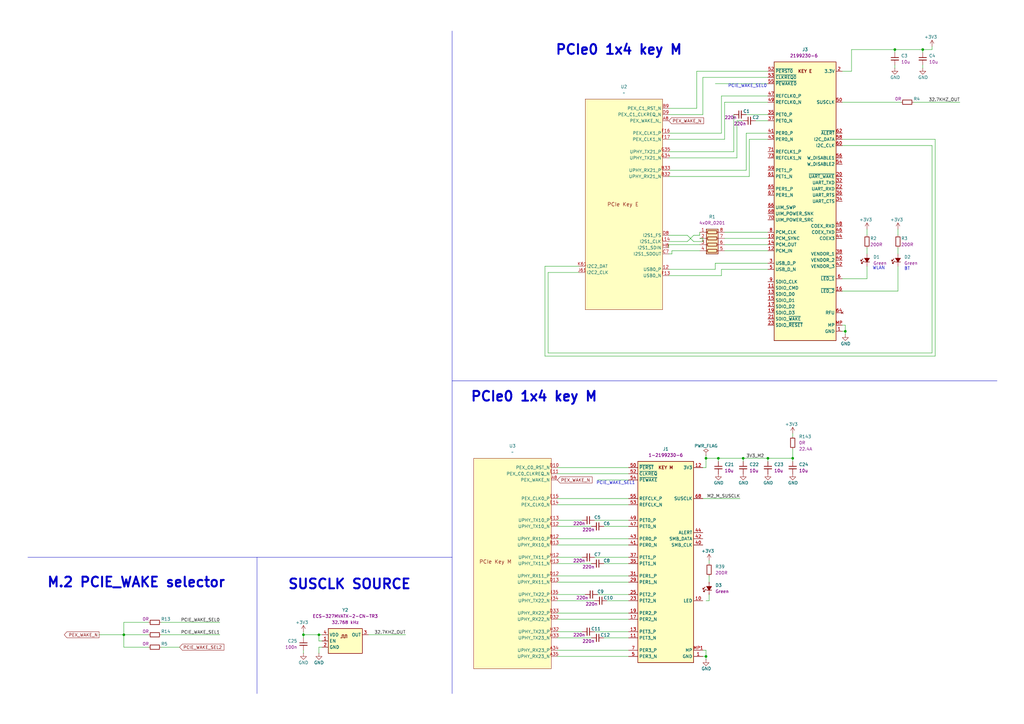
<source format=kicad_sch>
(kicad_sch (version 20250114) (generator "eeschema") (generator_version "9.0")
  (paper "A3")
  (text "WLAN\n" (at 357.886 110.744 0) (effects (font (size 1.27 1.27)) (justify left bottom)))
  (text "M.2 PCIE_WAKE selector" (at 19.05 241.3 0) (effects (font (size 4 4) (thickness 0.8) (bold yes)) (justify left bottom)))
  (text "PCIe0 1x4 key M" (at 192.786 165.1 0) (effects (font (size 4 4) (thickness 0.8) (bold yes)) (justify left bottom)))
  (text "BT" (at 370.84 110.998 0) (effects (font (size 1.27 1.27)) (justify left bottom)))
  (text "PCIE_WAKE_SEL1" (at 252.5422 198.12 0) (effects (font (size 1.27 1.27))))
  (text "PCIE_WAKE_SEL0" (at 306.578 35.306 0) (effects (font (size 1.27 1.27))))
  (text "PCIe0 1x4 key M" (at 227.584 22.86 0) (effects (font (size 4 4) (thickness 0.8) (bold yes)) (justify left bottom)))
  (text "SUSCLK SOURCE" (at 117.856 242.062 0) (effects (font (size 4 4) (thickness 0.8) (bold yes)) (justify left bottom)))
  (junction (at 50.8 260.35))
  (junction (at 314.96 187.96))
  (junction (at 289.56 187.96))
  (junction (at 367.03 20.32))
  (junction (at 294.64 187.96))
  (junction (at 325.12 187.96))
  (junction (at 130.81 260.35))
  (junction (at 378.46 20.32))
  (junction (at 124.46 260.35))
  (junction (at 346.71 135.89))
  (junction (at 289.56 269.24))
  (junction (at 304.8 187.96))
  (wire (pts (xy 50.8 260.35) (xy 60.96 260.35)))
  (wire (pts (xy 50.8 255.27) (xy 50.8 260.35)))
  (polyline (pts (xy 105.41 228.6) (xy 185.42 228.6)))
  (wire (pts (xy 274.32 72.39) (xy 307.34 72.39)))
  (wire (pts (xy 290.83 229.87) (xy 290.83 231.14)))
  (wire (pts (xy 368.3 109.22) (xy 368.3 119.38)))
  (wire (pts (xy 274.32 104.14) (xy 275.59 104.14)))
  (wire (pts (xy 228.6 266.7) (xy 257.81 266.7)))
  (wire (pts (xy 346.71 137.16) (xy 346.71 135.89)))
  (polyline (pts (xy 185.42 156.21) (xy 408.94 156.21)))
  (wire (pts (xy 289.56 246.38) (xy 290.83 246.38)))
  (wire (pts (xy 355.6 109.22) (xy 355.6 114.3)))
  (wire (pts (xy 289.56 269.24) (xy 289.56 266.7)))
  (wire (pts (xy 228.6 236.22) (xy 257.81 236.22)))
  (wire (pts (xy 288.29 46.99) (xy 274.32 46.99)))
  (wire (pts (xy 130.81 265.43) (xy 130.81 267.97)))
  (wire (pts (xy 274.32 96.52) (xy 281.94 96.52)))
  (wire (pts (xy 284.48 96.52) (xy 281.94 99.06)))
  (wire (pts (xy 247.65 261.62) (xy 257.81 261.62)))
  (wire (pts (xy 243.84 213.36) (xy 257.81 213.36)))
  (wire (pts (xy 243.84 259.08) (xy 257.81 259.08)))
  (wire (pts (xy 40.64 260.35) (xy 50.8 260.35)))
  (wire (pts (xy 289.56 191.77) (xy 289.56 187.96)))
  (wire (pts (xy 228.6 238.76) (xy 257.81 238.76)))
  (wire (pts (xy 288.29 99.06) (xy 288.29 97.79)))
  (wire (pts (xy 295.91 39.37) (xy 314.96 39.37)))
  (wire (pts (xy 224.79 144.78) (xy 382.27 144.78)))
  (wire (pts (xy 325.12 177.8) (xy 325.12 179.07)))
  (wire (pts (xy 346.71 135.89) (xy 345.44 135.89)))
  (wire (pts (xy 314.96 110.49) (xy 295.91 110.49)))
  (wire (pts (xy 223.52 109.22) (xy 237.49 109.22)))
  (wire (pts (xy 237.49 111.76) (xy 224.79 111.76)))
  (wire (pts (xy 284.48 96.52) (xy 287.02 96.52)))
  (wire (pts (xy 275.59 102.87) (xy 287.02 102.87)))
  (wire (pts (xy 228.6 194.31) (xy 257.81 194.31)))
  (wire (pts (xy 304.8 187.96) (xy 304.8 189.23)))
  (wire (pts (xy 228.6 191.77) (xy 257.81 191.77)))
  (wire (pts (xy 355.6 93.98) (xy 355.6 96.52)))
  (wire (pts (xy 293.37 34.29) (xy 314.96 34.29)))
  (wire (pts (xy 378.46 20.32) (xy 382.27 20.32)))
  (wire (pts (xy 124.46 266.7) (xy 124.46 267.97)))
  (wire (pts (xy 66.04 255.27) (xy 90.17 255.27)))
  (wire (pts (xy 289.56 266.7) (xy 288.29 266.7)))
  (wire (pts (xy 297.18 100.33) (xy 314.96 100.33)))
  (polyline (pts (xy 11.43 228.6) (xy 105.41 228.6)))
  (wire (pts (xy 285.75 44.45) (xy 285.75 29.21)))
  (wire (pts (xy 383.54 146.05) (xy 223.52 146.05)))
  (wire (pts (xy 297.18 97.79) (xy 314.96 97.79)))
  (wire (pts (xy 289.56 187.96) (xy 294.64 187.96)))
  (wire (pts (xy 367.03 20.32) (xy 367.03 21.59)))
  (wire (pts (xy 345.44 29.21) (xy 349.25 29.21)))
  (wire (pts (xy 367.03 26.67) (xy 367.03 27.94)))
  (wire (pts (xy 288.29 97.79) (xy 287.02 97.79)))
  (wire (pts (xy 368.3 101.6) (xy 368.3 104.14)))
  (wire (pts (xy 60.96 255.27) (xy 50.8 255.27)))
  (wire (pts (xy 304.8 187.96) (xy 294.64 187.96)))
  (polyline (pts (xy 105.41 228.6) (xy 105.41 284.48)))
  (wire (pts (xy 228.6 215.9) (xy 242.57 215.9)))
  (wire (pts (xy 228.6 259.08) (xy 238.76 259.08)))
  (wire (pts (xy 378.46 20.32) (xy 378.46 21.59)))
  (wire (pts (xy 355.6 101.6) (xy 355.6 104.14)))
  (wire (pts (xy 166.37 260.35) (xy 151.13 260.35)))
  (wire (pts (xy 224.79 111.76) (xy 224.79 144.78)))
  (wire (pts (xy 295.91 113.03) (xy 295.91 110.49)))
  (wire (pts (xy 130.81 260.35) (xy 132.08 260.35)))
  (wire (pts (xy 274.32 99.06) (xy 281.94 99.06)))
  (wire (pts (xy 132.08 262.89) (xy 130.81 262.89)))
  (wire (pts (xy 287.02 96.52) (xy 287.02 95.25)))
  (wire (pts (xy 132.08 265.43) (xy 130.81 265.43)))
  (wire (pts (xy 73.66 265.43) (xy 66.04 265.43)))
  (wire (pts (xy 346.71 133.35) (xy 346.71 135.89)))
  (wire (pts (xy 274.32 54.61) (xy 295.91 54.61)))
  (wire (pts (xy 382.27 59.69) (xy 345.44 59.69)))
  (wire (pts (xy 349.25 20.32) (xy 349.25 29.21)))
  (wire (pts (xy 314.96 41.91) (xy 297.18 41.91)))
  (wire (pts (xy 290.83 243.84) (xy 290.83 246.38)))
  (wire (pts (xy 368.3 119.38) (xy 345.44 119.38)))
  (wire (pts (xy 325.12 187.96) (xy 325.12 189.23)))
  (wire (pts (xy 345.44 57.15) (xy 383.54 57.15)))
  (wire (pts (xy 274.32 101.6) (xy 274.32 100.33)))
  (wire (pts (xy 245.11 196.85) (xy 257.81 196.85)))
  (wire (pts (xy 306.07 54.61) (xy 306.07 69.85)))
  (wire (pts (xy 314.96 54.61) (xy 306.07 54.61)))
  (wire (pts (xy 288.29 191.77) (xy 289.56 191.77)))
  (wire (pts (xy 349.25 20.32) (xy 367.03 20.32)))
  (wire (pts (xy 275.59 104.14) (xy 275.59 102.87)))
  (wire (pts (xy 314.96 187.96) (xy 304.8 187.96)))
  (wire (pts (xy 274.32 62.23) (xy 300.99 62.23)))
  (wire (pts (xy 228.6 223.52) (xy 257.81 223.52)))
  (wire (pts (xy 378.46 20.32) (xy 367.03 20.32)))
  (wire (pts (xy 124.46 260.35) (xy 124.46 261.62)))
  (wire (pts (xy 314.96 187.96) (xy 314.96 189.23)))
  (wire (pts (xy 228.6 251.46) (xy 257.81 251.46)))
  (wire (pts (xy 289.56 186.69) (xy 289.56 187.96)))
  (wire (pts (xy 274.32 64.77) (xy 302.26 64.77)))
  (wire (pts (xy 297.18 95.25) (xy 314.96 95.25)))
  (wire (pts (xy 297.18 57.15) (xy 274.32 57.15)))
  (wire (pts (xy 378.46 26.67) (xy 378.46 27.94)))
  (wire (pts (xy 345.44 133.35) (xy 346.71 133.35)))
  (wire (pts (xy 228.6 254) (xy 257.81 254)))
  (wire (pts (xy 248.92 246.38) (xy 257.81 246.38)))
  (wire (pts (xy 302.26 49.53) (xy 304.8 49.53)))
  (wire (pts (xy 247.65 231.14) (xy 257.81 231.14)))
  (wire (pts (xy 228.6 204.47) (xy 257.81 204.47)))
  (wire (pts (xy 307.34 57.15) (xy 314.96 57.15)))
  (wire (pts (xy 274.32 110.49) (xy 293.37 110.49)))
  (wire (pts (xy 228.6 228.6) (xy 238.76 228.6)))
  (wire (pts (xy 228.6 269.24) (xy 257.81 269.24)))
  (wire (pts (xy 374.65 41.91) (xy 393.7 41.91)))
  (wire (pts (xy 284.48 99.06) (xy 288.29 99.06)))
  (wire (pts (xy 50.8 265.43) (xy 50.8 260.35)))
  (wire (pts (xy 228.6 213.36) (xy 238.76 213.36)))
  (wire (pts (xy 274.32 100.33) (xy 287.02 100.33)))
  (wire (pts (xy 309.88 49.53) (xy 314.96 49.53)))
  (wire (pts (xy 297.18 41.91) (xy 297.18 57.15)))
  (wire (pts (xy 288.29 269.24) (xy 289.56 269.24)))
  (wire (pts (xy 345.44 41.91) (xy 369.57 41.91)))
  (wire (pts (xy 293.37 110.49) (xy 293.37 107.95)))
  (wire (pts (xy 297.18 102.87) (xy 314.96 102.87)))
  (wire (pts (xy 247.65 215.9) (xy 257.81 215.9)))
  (wire (pts (xy 289.56 270.51) (xy 289.56 269.24)))
  (wire (pts (xy 228.6 261.62) (xy 242.57 261.62)))
  (wire (pts (xy 295.91 54.61) (xy 295.91 39.37)))
  (wire (pts (xy 124.46 260.35) (xy 130.81 260.35)))
  (wire (pts (xy 302.26 64.77) (xy 302.26 49.53)))
  (wire (pts (xy 368.3 93.98) (xy 368.3 96.52)))
  (wire (pts (xy 228.6 220.98) (xy 257.81 220.98)))
  (polyline (pts (xy 185.42 12.7) (xy 185.42 284.48)))
  (wire (pts (xy 228.6 207.01) (xy 257.81 207.01)))
  (wire (pts (xy 285.75 29.21) (xy 314.96 29.21)))
  (wire (pts (xy 383.54 57.15) (xy 383.54 146.05)))
  (wire (pts (xy 223.52 146.05) (xy 223.52 109.22)))
  (wire (pts (xy 274.32 44.45) (xy 285.75 44.45)))
  (wire (pts (xy 306.07 69.85) (xy 274.32 69.85)))
  (wire (pts (xy 325.12 187.96) (xy 314.96 187.96)))
  (wire (pts (xy 60.96 265.43) (xy 50.8 265.43)))
  (wire (pts (xy 290.83 236.22) (xy 290.83 238.76)))
  (wire (pts (xy 306.07 46.99) (xy 314.96 46.99)))
  (wire (pts (xy 307.34 72.39) (xy 307.34 57.15)))
  (wire (pts (xy 345.44 114.3) (xy 355.6 114.3)))
  (wire (pts (xy 130.81 262.89) (xy 130.81 260.35)))
  (wire (pts (xy 228.6 246.38) (xy 243.84 246.38)))
  (wire (pts (xy 382.27 19.05) (xy 382.27 20.32)))
  (wire (pts (xy 124.46 260.35) (xy 124.46 259.08)))
  (wire (pts (xy 325.12 184.15) (xy 325.12 187.96)))
  (wire (pts (xy 288.29 31.75) (xy 288.29 46.99)))
  (wire (pts (xy 228.6 231.14) (xy 242.57 231.14)))
  (wire (pts (xy 293.37 107.95) (xy 314.96 107.95)))
  (wire (pts (xy 314.96 31.75) (xy 288.29 31.75)))
  (wire (pts (xy 294.64 187.96) (xy 294.64 189.23)))
  (wire (pts (xy 245.11 243.84) (xy 257.81 243.84)))
  (wire (pts (xy 274.32 113.03) (xy 295.91 113.03)))
  (wire (pts (xy 382.27 144.78) (xy 382.27 59.69)))
  (wire (pts (xy 66.04 260.35) (xy 90.17 260.35)))
  (wire (pts (xy 228.6 243.84) (xy 240.03 243.84)))
  (wire (pts (xy 281.94 96.52) (xy 284.48 99.06)))
  (wire (pts (xy 288.29 204.47) (xy 303.53 204.47)))
  (wire (pts (xy 300.99 62.23) (xy 300.99 46.99)))
  (wire (pts (xy 243.84 228.6) (xy 257.81 228.6)))
  (label "PCIE_WAKE_SEL0" (at 90.17 255.27 180))
  (label "32.7KHZ_OUT" (at 166.37 260.35 180))
  (label "3V3_M2" (at 306.07 187.96 0))
  (label "32.7KHZ_OUT" (at 393.7 41.91 180))
  (label "PCIE_WAKE_SEL1" (at 90.17 260.35 180))
  (label "M2_M_SUSCLK" (at 303.53 204.47 180))
  (global_label "PCIE_WAKE_SEL2" (shape input) (at 73.66 265.43 0) (property "Intersheetrefs" "${INTERSHEET_REFS}" (effects (hide yes))))
  (global_label "PEX_WAKE_N" (shape input) (at 274.32 49.53 0) (property "Intersheetrefs" "${INTERSHEET_REFS}" (effects (hide yes))))
  (global_label "PEX_WAKE_N" (shape input) (at 228.6 196.85 0) (property "Intersheetrefs" "${INTERSHEET_REFS}" (effects (hide yes))))
  (global_label "PEX_WAKE_N" (shape output) (at 40.64 260.35 180) (property "Intersheetrefs" "${INTERSHEET_REFS}" (effects (hide yes))))
  (symbol (lib_name "+3V3_3") (lib_id "antmicropower:+3V3") (at 325.12 177.8 0) (unit 1)
    (property "Reference" "#PWR041" (effects (hide yes)))
    (property "Value" "+3V3" (at 321.945 173.99 0) (effects (justify left)))
    (property "Author" "Antmicro" (effects (hide yes)))
    (property "License" "Apache-2.0" (effects (hide yes)))
  )
  (symbol (lib_id "antmicroLEDIndicationDiscrete:LED_G_0603_LTST-C190GKT") (at 368.3 109.22 90) (unit 1)
    (property "Reference" "D2" (at 370.84 105.4099 90) (effects (justify right)))
    (property "Value" "LED_G_0603_LTST-C190GKT" (effects (hide yes)))
    (property "Footprint" "antmicro-footprints:LED_0603_1608Metric_G" (effects (hide yes)))
    (property "Datasheet" "https://media.digikey.com/pdf/Data%20Sheets/Lite-On%20PDFs/LTST-C190GKT.pdf" (effects (hide yes)))
    (property "MPN" "LTST-C190GKT" (effects (hide yes)))
    (property "Manufacturer" "Lite-On" (effects (hide yes)))
    (property "Author" "Antmicro" (effects (hide yes)))
    (property "License" "Apache-2.0" (effects (hide yes)))
    (property "Color" "Green" (at 370.84 107.9499 90) (effects (justify right)))
  )
  (symbol (lib_name "R_0R_0402_5") (lib_id "antmicroResistors0402:R_0R_0402") (at 60.96 265.43 0) (unit 1)
    (property "Reference" "R5" (at 66.04 264.795 0) (effects (justify left bottom)))
    (property "Value" "R_0R_0402" (effects (hide yes)))
    (property "Footprint" "antmicro-footprints:R_0402_1005Metric" (effects (hide yes)))
    (property "Datasheet" "https://industrial.panasonic.com/cdbs/www-data/pdf/RDA0000/AOA0000C301.pdf" (effects (hide yes)))
    (property "Manufacturer" "Panasonic" (effects (hide yes)))
    (property "MPN" "ERJ2GE0R00X" (effects (hide yes)))
    (property "Val" "0R" (at 58.42 264.795 0) (effects (justify left bottom)))
    (property "License" "Apache-2.0" (effects (hide yes)))
    (property "Author" "Antmicro" (effects (hide yes)))
    (property "Current" "1A" (effects (hide yes)))
  )
  (symbol (lib_id "antmicroCapacitors0603:C_10u_0603") (at 378.46 21.59 90) (mirror x) (unit 1)
    (property "Reference" "C4" (at 381 22.8662 90) (effects (justify right)))
    (property "Value" "C_10u_0603" (effects (hide yes)))
    (property "Footprint" "antmicro-footprints:C_0603_1608Metric" (effects (hide yes)))
    (property "Datasheet" "https://www.murata.com/products/productdetail?partno=GRM188R61A106KE69%23" (effects (hide yes)))
    (property "Manufacturer" "Murata" (effects (hide yes)))
    (property "MPN" "GRM188R61A106KE69D" (effects (hide yes)))
    (property "Val" "10u" (at 381 25.4063 90) (effects (justify right)))
    (property "License" "Apache-2.0" (effects (hide yes)))
    (property "Author" "Antmicro" (effects (hide yes)))
    (property "Dielectric" "template_dielectric" (effects (hide yes)))
  )
  (symbol (lib_id "antmicroCapacitors0603:C_10u_0603") (at 367.03 21.59 90) (mirror x) (unit 1)
    (property "Reference" "C3" (at 369.57 22.8662 90) (effects (justify right)))
    (property "Value" "C_10u_0603" (effects (hide yes)))
    (property "Footprint" "antmicro-footprints:C_0603_1608Metric" (effects (hide yes)))
    (property "Datasheet" "https://www.murata.com/products/productdetail?partno=GRM188R61A106KE69%23" (effects (hide yes)))
    (property "Manufacturer" "Murata" (effects (hide yes)))
    (property "MPN" "GRM188R61A106KE69D" (effects (hide yes)))
    (property "Val" "10u" (at 369.57 25.4063 90) (effects (justify right)))
    (property "License" "Apache-2.0" (effects (hide yes)))
    (property "Author" "Antmicro" (effects (hide yes)))
    (property "Dielectric" "template_dielectric" (effects (hide yes)))
  )
  (symbol (lib_name "C_220n_0402_1") (lib_id "antmicroCapacitors0402:C_220n_0402") (at 243.84 228.6 180) (unit 1)
    (property "Reference" "C7" (at 246.38 226.695 0) (effects (justify left bottom)))
    (property "Value" "C_220n_0402" (effects (hide yes)))
    (property "Footprint" "antmicro-footprints:C_0402_1005Metric" (effects (hide yes)))
    (property "Datasheet" "https://www.yageo.com/en/Chart/Download/pdf/CC0402KRX5R6BB224" (effects (hide yes)))
    (property "Manufacturer" "YAGEO" (effects (hide yes)))
    (property "MPN" "CC0402KRX5R6BB224" (effects (hide yes)))
    (property "Val" "220n" (at 240.03 229.235 0) (effects (justify left bottom)))
    (property "License" "Apache-2.0" (effects (hide yes)))
    (property "Author" "Antmicro" (effects (hide yes)))
  )
  (symbol (lib_name "LED_G_0603_LTST-C190GKT_1") (lib_id "antmicroLEDIndicationDiscrete:LED_G_0603_LTST-C190GKT") (at 290.83 243.84 90) (unit 1)
    (property "Reference" "D3" (at 293.37 240.03 90) (effects (justify right)))
    (property "Value" "LED_G_0603_LTST-C190GKT" (effects (hide yes)))
    (property "Footprint" "antmicro-footprints:LED_0603_1608Metric_G" (effects (hide yes)))
    (property "Datasheet" "https://media.digikey.com/pdf/Data%20Sheets/Lite-On%20PDFs/LTST-C190GKT.pdf" (effects (hide yes)))
    (property "MPN" "LTST-C190GKT" (effects (hide yes)))
    (property "Manufacturer" "Lite-On" (effects (hide yes)))
    (property "Author" "Antmicro" (effects (hide yes)))
    (property "License" "Apache-2.0" (effects (hide yes)))
    (property "Color" "Green" (at 293.37 242.57 90) (effects (justify right)))
  )
  (symbol (lib_id "antmicropower:+3V3") (at 368.3 93.98 0) (unit 1)
    (property "Reference" "#PWR0309" (effects (hide yes)))
    (property "Value" "+3V3" (at 365.125 90.805 0) (effects (justify left bottom)))
    (property "Author" "Antmicro" (effects (hide yes)))
    (property "License" "Apache-2.0" (effects (hide yes)))
  )
  (symbol (lib_name "C_100n_0402_1") (lib_id "antmicroCapacitors0402:C_100n_0402") (at 124.46 261.62 90) (mirror x) (unit 1)
    (property "Reference" "C25" (at 121.92 262.8963 90) (effects (justify left)))
    (property "Value" "C_100n_0402" (effects (hide yes)))
    (property "Footprint" "antmicro-footprints:C_0402_1005Metric" (effects (hide yes)))
    (property "Datasheet" "https://www.murata.com/products/productdetail?partno=GRM155R61H104KE14%23" (effects (hide yes)))
    (property "Manufacturer" "Murata" (effects (hide yes)))
    (property "MPN" "GRM155R61H104KE14D" (effects (hide yes)))
    (property "Val" "100n" (at 121.92 265.4363 90) (effects (justify left)))
    (property "License" "Apache-2.0" (effects (hide yes)))
    (property "Author" "Antmicro" (effects (hide yes)))
    (property "Voltage" "50V" (effects (hide yes)))
    (property "Dielectric" "X5R" (effects (hide yes)))
  )
  (symbol (lib_id "antmicropower:PWR_FLAG") (at 289.56 186.69 0) (unit 1)
    (property "Reference" "#FLG02" (effects (hide yes)))
    (property "Value" "PWR_FLAG" (at 289.56 182.88 0))
  )
  (symbol (lib_name "GND_4") (lib_id "antmicropower:GND") (at 289.56 270.51 0) (unit 1)
    (property "Reference" "#PWR036" (effects (hide yes)))
    (property "Value" "GND" (at 287.655 274.955 0) (effects (justify left bottom)))
    (property "Author" "Antmicro" (effects (hide yes)))
    (property "License" "Apache-2.0" (effects (hide yes)))
  )
  (symbol (lib_name "GND_3") (lib_id "antmicropower:GND") (at 314.96 194.31 0) (unit 1)
    (property "Reference" "#PWR039" (effects (hide yes)))
    (property "Value" "GND" (at 313.055 198.755 0) (effects (justify left bottom)))
    (property "Author" "Antmicro" (effects (hide yes)))
    (property "License" "Apache-2.0" (effects (hide yes)))
  )
  (symbol (lib_id "antmicroResistors0402:R_200R_0402") (at 355.6 101.6 90) (unit 1)
    (property "Reference" "R2" (at 356.87 97.79 90) (effects (justify right)))
    (property "Value" "R_200R_0402" (effects (hide yes)))
    (property "Footprint" "antmicro-footprints:R_0402_1005Metric" (effects (hide yes)))
    (property "Datasheet" "https://www.bourns.com/docs/product-datasheets/cr.pdf" (effects (hide yes)))
    (property "Manufacturer" "Bourns" (effects (hide yes)))
    (property "MPN" "CR0402-FX-2000GLF" (effects (hide yes)))
    (property "Val" "200R" (at 356.87 100.33 90) (effects (justify right)))
    (property "License" "Apache-2.0" (effects (hide yes)))
    (property "Author" "Antmicro" (effects (hide yes)))
    (property "Tolerance" "1%" (effects (hide yes)))
  )
  (symbol (lib_id "antmicroResistors0402:R_0R_0402") (at 369.57 41.91 0) (unit 1)
    (property "Reference" "R4" (at 374.65 41.275 0) (effects (justify left bottom)))
    (property "Value" "R_0R_0402" (effects (hide yes)))
    (property "Footprint" "antmicro-footprints:R_0402_1005Metric" (effects (hide yes)))
    (property "Datasheet" "https://industrial.panasonic.com/cdbs/www-data/pdf/RDA0000/AOA0000C301.pdf" (effects (hide yes)))
    (property "Manufacturer" "Panasonic" (effects (hide yes)))
    (property "MPN" "ERJ2GE0R00X" (effects (hide yes)))
    (property "Val" "0R" (at 367.03 41.275 0) (effects (justify left bottom)))
    (property "License" "Apache-2.0" (effects (hide yes)))
    (property "Author" "Antmicro" (effects (hide yes)))
    (property "Current" "1A" (effects (hide yes)))
  )
  (symbol (lib_name "GND_2") (lib_id "antmicropower:GND") (at 130.81 267.97 0) (unit 1)
    (property "Reference" "#PWR040" (effects (hide yes)))
    (property "Value" "GND" (at 130.81 271.78 0))
    (property "Author" "Antmicro" (effects (hide yes)))
    (property "License" "Apache-2.0" (effects (hide yes)))
  )
  (symbol (lib_name "C_220n_0402_2") (lib_id "antmicroCapacitors0402:C_220n_0402") (at 247.65 215.9 180) (unit 1)
    (property "Reference" "C6" (at 250.19 213.995 0) (effects (justify left bottom)))
    (property "Value" "C_220n_0402" (effects (hide yes)))
    (property "Footprint" "antmicro-footprints:C_0402_1005Metric" (effects (hide yes)))
    (property "Datasheet" "https://www.yageo.com/en/Chart/Download/pdf/CC0402KRX5R6BB224" (effects (hide yes)))
    (property "Manufacturer" "YAGEO" (effects (hide yes)))
    (property "MPN" "CC0402KRX5R6BB224" (effects (hide yes)))
    (property "Val" "220n" (at 243.84 216.535 0) (effects (justify left bottom)))
    (property "License" "Apache-2.0" (effects (hide yes)))
    (property "Author" "Antmicro" (effects (hide yes)))
  )
  (symbol (lib_id "antmicroResistorNetworksArrays:R_4x0R_0201_array") (at 287.02 95.25 0) (unit 1)
    (property "Reference" "R1" (at 292.1 88.9 0))
    (property "Value" "R_4x0R_0201_array" (effects (hide yes)))
    (property "Footprint" "antmicro-footprints:R_Array_4x0201_Panasonic_EXB18V" (effects (hide yes)))
    (property "Datasheet" "http://industrial.panasonic.com/cdbs/www-data/pdf/AOC0000/AOC0000C14.pdf" (effects (hide yes)))
    (property "MPN" "EXB-18VR000X" (effects (hide yes)))
    (property "Manufacturer" "Panasonic" (effects (hide yes)))
    (property "Val" "4x0R_0201" (at 292.1 91.44 0))
    (property "Author" "Antmicro" (effects (hide yes)))
    (property "License" "Apache-2.0" (effects (hide yes)))
  )
  (symbol (lib_name "C_220n_0402_3") (lib_id "antmicroCapacitors0402:C_220n_0402") (at 245.11 243.84 180) (unit 1)
    (property "Reference" "C9" (at 247.65 241.935 0) (effects (justify left bottom)))
    (property "Value" "C_220n_0402" (effects (hide yes)))
    (property "Footprint" "antmicro-footprints:C_0402_1005Metric" (effects (hide yes)))
    (property "Datasheet" "https://www.yageo.com/en/Chart/Download/pdf/CC0402KRX5R6BB224" (effects (hide yes)))
    (property "Manufacturer" "YAGEO" (effects (hide yes)))
    (property "MPN" "CC0402KRX5R6BB224" (effects (hide yes)))
    (property "Val" "220n" (at 241.3 244.475 0) (effects (justify left bottom)))
    (property "License" "Apache-2.0" (effects (hide yes)))
    (property "Author" "Antmicro" (effects (hide yes)))
  )
  (symbol (lib_id "antmicropower:+3V3") (at 355.6 93.98 0) (unit 1)
    (property "Reference" "#PWR0311" (effects (hide yes)))
    (property "Value" "+3V3" (at 352.425 90.805 0) (effects (justify left bottom)))
    (property "Author" "Antmicro" (effects (hide yes)))
    (property "License" "Apache-2.0" (effects (hide yes)))
  )
  (symbol (lib_name "R_200R_0402_1") (lib_id "antmicroResistors0402:R_200R_0402") (at 290.83 236.22 90) (unit 1)
    (property "Reference" "R39" (at 293.37 232.41 90) (effects (justify right)))
    (property "Value" "R_200R_0402" (effects (hide yes)))
    (property "Footprint" "antmicro-footprints:R_0402_1005Metric" (effects (hide yes)))
    (property "Datasheet" "https://www.bourns.com/docs/product-datasheets/cr.pdf" (effects (hide yes)))
    (property "Manufacturer" "Bourns" (effects (hide yes)))
    (property "MPN" "CR0402-FX-2000GLF" (effects (hide yes)))
    (property "Val" "200R" (at 293.37 234.95 90) (effects (justify right)))
    (property "License" "Apache-2.0" (effects (hide yes)))
    (property "Author" "Antmicro" (effects (hide yes)))
    (property "Tolerance" "1%" (effects (hide yes)))
  )
  (symbol (lib_name "C_10u_0603_2") (lib_id "antmicroCapacitors0603:C_10u_0603") (at 314.96 189.23 90) (mirror x) (unit 1)
    (property "Reference" "C23" (at 317.5 190.5063 90) (effects (justify right)))
    (property "Value" "C_10u_0603" (effects (hide yes)))
    (property "Footprint" "antmicro-footprints:C_0603_1608Metric" (effects (hide yes)))
    (property "Datasheet" "https://www.murata.com/products/productdetail?partno=GRM188R61A106KE69%23" (effects (hide yes)))
    (property "Manufacturer" "Murata" (effects (hide yes)))
    (property "MPN" "GRM188R61A106KE69D" (effects (hide yes)))
    (property "Val" "10u" (at 317.5 193.0463 90) (effects (justify right)))
    (property "License" "Apache-2.0" (effects (hide yes)))
    (property "Author" "Antmicro" (effects (hide yes)))
    (property "Dielectric" "template_dielectric" (effects (hide yes)))
  )
  (symbol (lib_name "C_220n_0402_4") (lib_id "antmicroCapacitors0402:C_220n_0402") (at 247.65 231.14 180) (unit 1)
    (property "Reference" "C8" (at 250.19 229.235 0) (effects (justify left bottom)))
    (property "Value" "C_220n_0402" (effects (hide yes)))
    (property "Footprint" "antmicro-footprints:C_0402_1005Metric" (effects (hide yes)))
    (property "Datasheet" "https://www.yageo.com/en/Chart/Download/pdf/CC0402KRX5R6BB224" (effects (hide yes)))
    (property "Manufacturer" "YAGEO" (effects (hide yes)))
    (property "MPN" "CC0402KRX5R6BB224" (effects (hide yes)))
    (property "Val" "220n" (at 243.84 231.775 0) (effects (justify left bottom)))
    (property "License" "Apache-2.0" (effects (hide yes)))
    (property "Author" "Antmicro" (effects (hide yes)))
  )
  (symbol (lib_id "Jetson_orin:_B") (at 255.27 63.5 0) (unit 1)
    (property "Reference" "U2" (at 255.905 35.56 0))
    (property "Value" "~" (at 255.905 38.1 0))
  )
  (symbol (lib_name "+3V3_4") (lib_id "antmicropower:+3V3") (at 290.83 229.87 0) (unit 1)
    (property "Reference" "#PWR0319" (effects (hide yes)))
    (property "Value" "+3V3" (at 287.655 226.695 0) (effects (justify left bottom)))
    (property "Author" "Antmicro" (effects (hide yes)))
    (property "License" "Apache-2.0" (effects (hide yes)))
  )
  (symbol (lib_name "C_220n_0402_7") (lib_id "antmicroCapacitors0402:C_220n_0402") (at 247.65 261.62 180) (unit 1)
    (property "Reference" "C12" (at 250.19 259.715 0) (effects (justify left bottom)))
    (property "Value" "C_220n_0402" (effects (hide yes)))
    (property "Footprint" "antmicro-footprints:C_0402_1005Metric" (effects (hide yes)))
    (property "Datasheet" "https://www.yageo.com/en/Chart/Download/pdf/CC0402KRX5R6BB224" (effects (hide yes)))
    (property "Manufacturer" "YAGEO" (effects (hide yes)))
    (property "MPN" "CC0402KRX5R6BB224" (effects (hide yes)))
    (property "Val" "220n" (at 243.84 262.255 0) (effects (justify left bottom)))
    (property "License" "Apache-2.0" (effects (hide yes)))
    (property "Author" "Antmicro" (effects (hide yes)))
  )
  (symbol (lib_name "C_10u_0603_3") (lib_id "antmicroCapacitors0603:C_10u_0603") (at 304.8 189.23 90) (mirror x) (unit 1)
    (property "Reference" "C22" (at 307.34 190.5063 90) (effects (justify right)))
    (property "Value" "C_10u_0603" (effects (hide yes)))
    (property "Footprint" "antmicro-footprints:C_0603_1608Metric" (effects (hide yes)))
    (property "Datasheet" "https://www.murata.com/products/productdetail?partno=GRM188R61A106KE69%23" (effects (hide yes)))
    (property "Manufacturer" "Murata" (effects (hide yes)))
    (property "MPN" "GRM188R61A106KE69D" (effects (hide yes)))
    (property "Val" "10u" (at 307.34 193.0463 90) (effects (justify right)))
    (property "License" "Apache-2.0" (effects (hide yes)))
    (property "Author" "Antmicro" (effects (hide yes)))
    (property "Dielectric" "template_dielectric" (effects (hide yes)))
  )
  (symbol (lib_name "C_10u_0603_1") (lib_id "antmicroCapacitors0603:C_10u_0603") (at 325.12 189.23 90) (mirror x) (unit 1)
    (property "Reference" "C24" (at 327.66 190.5063 90) (effects (justify right)))
    (property "Value" "C_10u_0603" (effects (hide yes)))
    (property "Footprint" "antmicro-footprints:C_0603_1608Metric" (effects (hide yes)))
    (property "Datasheet" "https://www.murata.com/products/productdetail?partno=GRM188R61A106KE69%23" (effects (hide yes)))
    (property "Manufacturer" "Murata" (effects (hide yes)))
    (property "MPN" "GRM188R61A106KE69D" (effects (hide yes)))
    (property "Val" "10u" (at 327.66 193.0463 90) (effects (justify right)))
    (property "License" "Apache-2.0" (effects (hide yes)))
    (property "Author" "Antmicro" (effects (hide yes)))
    (property "Dielectric" "template_dielectric" (effects (hide yes)))
  )
  (symbol (lib_name "C_10u_0603_4") (lib_id "antmicroCapacitors0603:C_10u_0603") (at 294.64 189.23 90) (mirror x) (unit 1)
    (property "Reference" "C21" (at 297.18 190.5063 90) (effects (justify right)))
    (property "Value" "C_10u_0603" (effects (hide yes)))
    (property "Footprint" "antmicro-footprints:C_0603_1608Metric" (effects (hide yes)))
    (property "Datasheet" "https://www.murata.com/products/productdetail?partno=GRM188R61A106KE69%23" (effects (hide yes)))
    (property "Manufacturer" "Murata" (effects (hide yes)))
    (property "MPN" "GRM188R61A106KE69D" (effects (hide yes)))
    (property "Val" "10u" (at 297.18 193.0463 90) (effects (justify right)))
    (property "License" "Apache-2.0" (effects (hide yes)))
    (property "Author" "Antmicro" (effects (hide yes)))
    (property "Dielectric" "template_dielectric" (effects (hide yes)))
  )
  (symbol (lib_id "antmicropower:GND") (at 346.71 137.16 0) (unit 1)
    (property "Reference" "#PWR028" (effects (hide yes)))
    (property "Value" "GND" (at 344.805 140.97 0) (effects (justify left)))
    (property "Author" "Antmicro" (effects (hide yes)))
    (property "License" "Apache-2.0" (effects (hide yes)))
  )
  (symbol (lib_id "antmicroResistors0603:R_0R_22.4A_0603") (at 325.12 184.15 90) (unit 1)
    (property "Reference" "R143" (at 327.66 179.07 90) (effects (justify right)))
    (property "Value" "R_0R_22.4A_0603" (effects (hide yes)))
    (property "Footprint" "antmicro-footprints:R_0603_1608Metric" (effects (hide yes)))
    (property "Datasheet" "https://fscdn.rohm.com/en/products/databook/datasheet/passive/resistor/chip_resistor/pmr-jpw-e.pdf" (effects (hide yes)))
    (property "Manufacturer" "ROHM Semiconductor" (effects (hide yes)))
    (property "MPN" "PMR03EZPJ000" (effects (hide yes)))
    (property "Val" "0R" (at 327.66 181.61 90) (effects (justify right)))
    (property "Author" "Antmicro" (effects (hide yes)))
    (property "License" "Apache-2.0" (effects (hide yes)))
    (property "Max. Curr." "22.4A" (at 327.66 184.15 90) (effects (justify right)))
    (property "Tolerance" "template_tolerance" (effects (hide yes)))
  )
  (symbol (lib_id "antmicroPciConnectors:Bus_M.2_1-2199230-6") (at 257.81 191.77 0) (unit 1)
    (property "Reference" "J1" (at 273.05 184.15 0))
    (property "Value" "Bus_M.2_1-2199230-6" (effects (hide yes)))
    (property "Footprint" "antmicro-footprints:Bus_M.2_Socket_Key_M_TE_1-2199230-6" (effects (hide yes)))
    (property "Datasheet" "https://www.te.com/commerce/DocumentDelivery/DDEController?Action=srchrtrv&DocNm=2199230&DocType=Customer+Drawing&DocLang=English" (effects (hide yes)))
    (property "Manufacturer" "TE Connectivity" (effects (hide yes)))
    (property "MPN" "1-2199230-6" (at 273.05 186.69 0))
    (property "Author" "Antmicro" (effects (hide yes)))
    (property "License" "Apache-2.0" (effects (hide yes)))
  )
  (symbol (lib_id "Jetson_orin:_C") (at 209.55 229.87 0) (unit 1)
    (property "Reference" "U3" (at 210.185 182.88 0))
    (property "Value" "~" (at 210.185 185.42 0))
  )
  (symbol (lib_id "antmicroOscillators:Oscillator_32.768kHz_ECS_2520MV") (at 132.08 260.35 0) (unit 1)
    (property "Reference" "Y2" (at 141.605 250.19 0))
    (property "Value" "Oscillator_32.768kHz_ECS_2520MV" (effects (hide yes)))
    (property "Footprint" "antmicro-footprints:Oscillator_SMD_ECS_2520MV_2.5x2mm" (effects (hide yes)))
    (property "Datasheet" "https://ecsxtal.com/store/pdf/ECS-327MVATX.pdf" (effects (hide yes)))
    (property "Manufacturer" "ECS Inc. International" (effects (hide yes)))
    (property "MPN" "ECS-327MVATX-2-CN-TR3" (at 141.605 252.73 0))
    (property "Val" "32.768 kHz" (at 141.605 255.27 0))
    (property "Author" "Antmicro" (effects (hide yes)))
    (property "License" "Apache-2.0" (effects (hide yes)))
  )
  (symbol (lib_name "R_0R_0402_5") (lib_id "antmicroResistors0402:R_0R_0402") (at 60.96 260.35 0) (unit 1)
    (property "Reference" "R14" (at 66.04 259.715 0) (effects (justify left bottom)))
    (property "Value" "R_0R_0402" (effects (hide yes)))
    (property "Footprint" "antmicro-footprints:R_0402_1005Metric" (effects (hide yes)))
    (property "Datasheet" "https://industrial.panasonic.com/cdbs/www-data/pdf/RDA0000/AOA0000C301.pdf" (effects (hide yes)))
    (property "Manufacturer" "Panasonic" (effects (hide yes)))
    (property "MPN" "ERJ2GE0R00X" (effects (hide yes)))
    (property "Val" "0R" (at 58.42 259.715 0) (effects (justify left bottom)))
    (property "License" "Apache-2.0" (effects (hide yes)))
    (property "Author" "Antmicro" (effects (hide yes)))
    (property "Current" "1A" (effects (hide yes)))
  )
  (symbol (lib_name "GND_1") (lib_id "antmicropower:GND") (at 124.46 267.97 0) (unit 1)
    (property "Reference" "#PWR017" (effects (hide yes)))
    (property "Value" "GND" (at 124.46 271.78 0))
    (property "Author" "Antmicro" (effects (hide yes)))
    (property "License" "Apache-2.0" (effects (hide yes)))
  )
  (symbol (lib_name "C_220n_0402_5") (lib_id "antmicroCapacitors0402:C_220n_0402") (at 248.92 246.38 180) (unit 1)
    (property "Reference" "C10" (at 251.46 244.475 0) (effects (justify left bottom)))
    (property "Value" "C_220n_0402" (effects (hide yes)))
    (property "Footprint" "antmicro-footprints:C_0402_1005Metric" (effects (hide yes)))
    (property "Datasheet" "https://www.yageo.com/en/Chart/Download/pdf/CC0402KRX5R6BB224" (effects (hide yes)))
    (property "Manufacturer" "YAGEO" (effects (hide yes)))
    (property "MPN" "CC0402KRX5R6BB224" (effects (hide yes)))
    (property "Val" "220n" (at 245.11 247.015 0) (effects (justify left bottom)))
    (property "License" "Apache-2.0" (effects (hide yes)))
    (property "Author" "Antmicro" (effects (hide yes)))
  )
  (symbol (lib_id "antmicroPciConnectors:Bus_M.2_2199230-6") (at 314.96 29.21 0) (unit 1)
    (property "Reference" "J3" (at 330.2 20.32 0))
    (property "Value" "Bus_M.2_2199230-6" (effects (hide yes)))
    (property "Footprint" "antmicro-footprints:Bus_M.2_Socket_Key_E_TE_2199230-6" (effects (hide yes)))
    (property "Datasheet" "https://www.te.com/usa-en/product-2199230-6.datasheet.pdf" (effects (hide yes)))
    (property "MPN" "2199230-6 " (at 330.2 22.86 0))
    (property "Manufacturer" "TE Connectivity" (effects (hide yes)))
    (property "Author" "Antmicro" (effects (hide yes)))
    (property "License" "Apache-2.0" (effects (hide yes)))
  )
  (symbol (lib_name "R_0R_0402_6") (lib_id "antmicroResistors0402:R_0R_0402") (at 60.96 255.27 0) (unit 1)
    (property "Reference" "R13" (at 66.04 254.635 0) (effects (justify left bottom)))
    (property "Value" "R_0R_0402" (effects (hide yes)))
    (property "Footprint" "antmicro-footprints:R_0402_1005Metric" (effects (hide yes)))
    (property "Datasheet" "https://industrial.panasonic.com/cdbs/www-data/pdf/RDA0000/AOA0000C301.pdf" (effects (hide yes)))
    (property "Manufacturer" "Panasonic" (effects (hide yes)))
    (property "MPN" "ERJ2GE0R00X" (effects (hide yes)))
    (property "Val" "0R" (at 58.42 254.635 0) (effects (justify left bottom)))
    (property "License" "Apache-2.0" (effects (hide yes)))
    (property "Author" "Antmicro" (effects (hide yes)))
    (property "Current" "1A" (effects (hide yes)))
  )
  (symbol (lib_id "antmicropower:GND") (at 378.46 27.94 0) (unit 1)
    (property "Reference" "#PWR030" (effects (hide yes)))
    (property "Value" "GND" (at 376.555 31.75 0) (effects (justify left)))
    (property "Author" "Antmicro" (effects (hide yes)))
    (property "License" "Apache-2.0" (effects (hide yes)))
  )
  (symbol (lib_name "GND_5") (lib_id "antmicropower:GND") (at 304.8 194.31 0) (unit 1)
    (property "Reference" "#PWR038" (effects (hide yes)))
    (property "Value" "GND" (at 302.895 198.755 0) (effects (justify left bottom)))
    (property "Author" "Antmicro" (effects (hide yes)))
    (property "License" "Apache-2.0" (effects (hide yes)))
  )
  (symbol (lib_name "GND_6") (lib_id "antmicropower:GND") (at 325.12 194.31 0) (unit 1)
    (property "Reference" "#PWR042" (effects (hide yes)))
    (property "Value" "GND" (at 323.215 198.755 0) (effects (justify left bottom)))
    (property "Author" "Antmicro" (effects (hide yes)))
    (property "License" "Apache-2.0" (effects (hide yes)))
  )
  (symbol (lib_name "GND_7") (lib_id "antmicropower:GND") (at 294.64 194.31 0) (unit 1)
    (property "Reference" "#PWR037" (effects (hide yes)))
    (property "Value" "GND" (at 292.735 198.755 0) (effects (justify left bottom)))
    (property "Author" "Antmicro" (effects (hide yes)))
    (property "License" "Apache-2.0" (effects (hide yes)))
  )
  (symbol (lib_id "antmicropower:+3V3") (at 382.27 19.05 0) (unit 1)
    (property "Reference" "#PWR031" (effects (hide yes)))
    (property "Value" "+3V3" (at 379.095 15.875 0) (effects (justify left bottom)))
    (property "Author" "Antmicro" (effects (hide yes)))
    (property "License" "Apache-2.0" (effects (hide yes)))
  )
  (symbol (lib_id "antmicroCapacitors0402:C_220n_0402") (at 304.8 49.53 0) (unit 1)
    (property "Reference" "C2" (at 308.61 48.895 0) (effects (justify left bottom)))
    (property "Value" "C_220n_0402" (effects (hide yes)))
    (property "Footprint" "antmicro-footprints:C_0402_1005Metric" (effects (hide yes)))
    (property "Datasheet" "https://www.yageo.com/en/Chart/Download/pdf/CC0402KRX5R6BB224" (effects (hide yes)))
    (property "Manufacturer" "YAGEO" (effects (hide yes)))
    (property "MPN" "CC0402KRX5R6BB224" (effects (hide yes)))
    (property "Val" "220n" (at 300.99 51.435 0) (effects (justify left bottom)))
    (property "License" "Apache-2.0" (effects (hide yes)))
    (property "Author" "Antmicro" (effects (hide yes)))
  )
  (symbol (lib_name "C_220n_0402_7") (lib_id "antmicroCapacitors0402:C_220n_0402") (at 243.84 259.08 180) (unit 1)
    (property "Reference" "C11" (at 246.38 257.175 0) (effects (justify left bottom)))
    (property "Value" "C_220n_0402" (effects (hide yes)))
    (property "Footprint" "antmicro-footprints:C_0402_1005Metric" (effects (hide yes)))
    (property "Datasheet" "https://www.yageo.com/en/Chart/Download/pdf/CC0402KRX5R6BB224" (effects (hide yes)))
    (property "Manufacturer" "YAGEO" (effects (hide yes)))
    (property "MPN" "CC0402KRX5R6BB224" (effects (hide yes)))
    (property "Val" "220n" (at 240.03 259.715 0) (effects (justify left bottom)))
    (property "License" "Apache-2.0" (effects (hide yes)))
    (property "Author" "Antmicro" (effects (hide yes)))
  )
  (symbol (lib_id "antmicroResistors0402:R_200R_0402") (at 368.3 101.6 90) (unit 1)
    (property "Reference" "R3" (at 369.57 97.79 90) (effects (justify right)))
    (property "Value" "R_200R_0402" (effects (hide yes)))
    (property "Footprint" "antmicro-footprints:R_0402_1005Metric" (effects (hide yes)))
    (property "Datasheet" "https://www.bourns.com/docs/product-datasheets/cr.pdf" (effects (hide yes)))
    (property "Manufacturer" "Bourns" (effects (hide yes)))
    (property "MPN" "CR0402-FX-2000GLF" (effects (hide yes)))
    (property "Val" "200R" (at 369.57 100.33 90) (effects (justify right)))
    (property "License" "Apache-2.0" (effects (hide yes)))
    (property "Author" "Antmicro" (effects (hide yes)))
    (property "Tolerance" "1%" (effects (hide yes)))
  )
  (symbol (lib_name "C_220n_0402_8") (lib_id "antmicroCapacitors0402:C_220n_0402") (at 243.84 213.36 180) (unit 1)
    (property "Reference" "C5" (at 246.38 211.455 0) (effects (justify left bottom)))
    (property "Value" "C_220n_0402" (effects (hide yes)))
    (property "Footprint" "antmicro-footprints:C_0402_1005Metric" (effects (hide yes)))
    (property "Datasheet" "https://www.yageo.com/en/Chart/Download/pdf/CC0402KRX5R6BB224" (effects (hide yes)))
    (property "Manufacturer" "YAGEO" (effects (hide yes)))
    (property "MPN" "CC0402KRX5R6BB224" (effects (hide yes)))
    (property "Val" "220n" (at 240.03 213.995 0) (effects (justify left bottom)))
    (property "License" "Apache-2.0" (effects (hide yes)))
    (property "Author" "Antmicro" (effects (hide yes)))
  )
  (symbol (lib_id "antmicroLEDIndicationDiscrete:LED_G_0603_LTST-C190GKT") (at 355.6 109.22 90) (unit 1)
    (property "Reference" "D1" (at 358.14 105.4099 90) (effects (justify right)))
    (property "Value" "LED_G_0603_LTST-C190GKT" (effects (hide yes)))
    (property "Footprint" "antmicro-footprints:LED_0603_1608Metric_G" (effects (hide yes)))
    (property "Datasheet" "https://media.digikey.com/pdf/Data%20Sheets/Lite-On%20PDFs/LTST-C190GKT.pdf" (effects (hide yes)))
    (property "MPN" "LTST-C190GKT" (effects (hide yes)))
    (property "Manufacturer" "Lite-On" (effects (hide yes)))
    (property "Author" "Antmicro" (effects (hide yes)))
    (property "License" "Apache-2.0" (effects (hide yes)))
    (property "Color" "Green" (at 358.14 107.9499 90) (effects (justify right)))
  )
  (symbol (lib_id "antmicroCapacitors0402:C_220n_0402") (at 300.99 46.99 0) (unit 1)
    (property "Reference" "C1" (at 304.8 46.355 0) (effects (justify left bottom)))
    (property "Value" "C_220n_0402" (effects (hide yes)))
    (property "Footprint" "antmicro-footprints:C_0402_1005Metric" (effects (hide yes)))
    (property "Datasheet" "https://www.yageo.com/en/Chart/Download/pdf/CC0402KRX5R6BB224" (effects (hide yes)))
    (property "Manufacturer" "YAGEO" (effects (hide yes)))
    (property "MPN" "CC0402KRX5R6BB224" (effects (hide yes)))
    (property "Val" "220n" (at 297.18 48.895 0) (effects (justify left bottom)))
    (property "License" "Apache-2.0" (effects (hide yes)))
    (property "Author" "Antmicro" (effects (hide yes)))
  )
  (symbol (lib_name "+3V3_1") (lib_id "antmicropower:+3V3") (at 124.46 259.08 0) (unit 1)
    (property "Reference" "#PWR044" (effects (hide yes)))
    (property "Value" "+3V3" (at 123.825 255.27 0))
    (property "Author" "Antmicro" (effects (hide yes)))
    (property "License" "Apache-2.0" (effects (hide yes)))
  )
  (symbol (lib_id "antmicropower:GND") (at 367.03 27.94 0) (unit 1)
    (property "Reference" "#PWR029" (effects (hide yes)))
    (property "Value" "GND" (at 365.125 31.75 0) (effects (justify left)))
    (property "Author" "Antmicro" (effects (hide yes)))
    (property "License" "Apache-2.0" (effects (hide yes)))
  )
)
</source>
